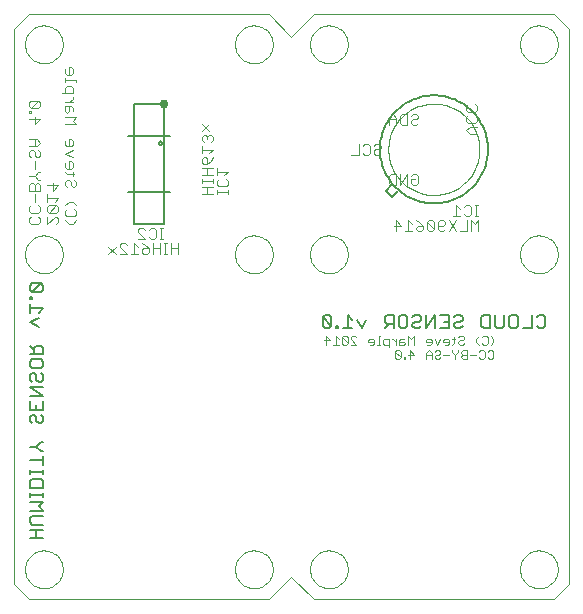
<source format=gbo>
G75*
G70*
%OFA0B0*%
%FSLAX24Y24*%
%IPPOS*%
%LPD*%
%AMOC8*
5,1,8,0,0,1.08239X$1,22.5*
%
%ADD10C,0.0000*%
%ADD11C,0.0040*%
%ADD12C,0.0060*%
%ADD13C,0.0030*%
%ADD14C,0.0080*%
%ADD15C,0.0300*%
%ADD16C,0.0020*%
D10*
X001675Y001175D02*
X001175Y001675D01*
X001175Y020175D01*
X001675Y020675D01*
X009675Y020675D01*
X010425Y019925D01*
X011175Y020675D01*
X019175Y020675D01*
X019675Y020175D01*
X019675Y001675D01*
X019175Y001175D01*
X011175Y001175D01*
X010425Y001925D01*
X009675Y001175D01*
X001675Y001175D01*
X001545Y002175D02*
X001547Y002225D01*
X001553Y002275D01*
X001563Y002324D01*
X001577Y002372D01*
X001594Y002419D01*
X001615Y002464D01*
X001640Y002508D01*
X001668Y002549D01*
X001700Y002588D01*
X001734Y002625D01*
X001771Y002659D01*
X001811Y002689D01*
X001853Y002716D01*
X001897Y002740D01*
X001943Y002761D01*
X001990Y002777D01*
X002038Y002790D01*
X002088Y002799D01*
X002137Y002804D01*
X002188Y002805D01*
X002238Y002802D01*
X002287Y002795D01*
X002336Y002784D01*
X002384Y002769D01*
X002430Y002751D01*
X002475Y002729D01*
X002518Y002703D01*
X002559Y002674D01*
X002598Y002642D01*
X002634Y002607D01*
X002666Y002569D01*
X002696Y002529D01*
X002723Y002486D01*
X002746Y002442D01*
X002765Y002396D01*
X002781Y002348D01*
X002793Y002299D01*
X002801Y002250D01*
X002805Y002200D01*
X002805Y002150D01*
X002801Y002100D01*
X002793Y002051D01*
X002781Y002002D01*
X002765Y001954D01*
X002746Y001908D01*
X002723Y001864D01*
X002696Y001821D01*
X002666Y001781D01*
X002634Y001743D01*
X002598Y001708D01*
X002559Y001676D01*
X002518Y001647D01*
X002475Y001621D01*
X002430Y001599D01*
X002384Y001581D01*
X002336Y001566D01*
X002287Y001555D01*
X002238Y001548D01*
X002188Y001545D01*
X002137Y001546D01*
X002088Y001551D01*
X002038Y001560D01*
X001990Y001573D01*
X001943Y001589D01*
X001897Y001610D01*
X001853Y001634D01*
X001811Y001661D01*
X001771Y001691D01*
X001734Y001725D01*
X001700Y001762D01*
X001668Y001801D01*
X001640Y001842D01*
X001615Y001886D01*
X001594Y001931D01*
X001577Y001978D01*
X001563Y002026D01*
X001553Y002075D01*
X001547Y002125D01*
X001545Y002175D01*
X008545Y002175D02*
X008547Y002225D01*
X008553Y002275D01*
X008563Y002324D01*
X008577Y002372D01*
X008594Y002419D01*
X008615Y002464D01*
X008640Y002508D01*
X008668Y002549D01*
X008700Y002588D01*
X008734Y002625D01*
X008771Y002659D01*
X008811Y002689D01*
X008853Y002716D01*
X008897Y002740D01*
X008943Y002761D01*
X008990Y002777D01*
X009038Y002790D01*
X009088Y002799D01*
X009137Y002804D01*
X009188Y002805D01*
X009238Y002802D01*
X009287Y002795D01*
X009336Y002784D01*
X009384Y002769D01*
X009430Y002751D01*
X009475Y002729D01*
X009518Y002703D01*
X009559Y002674D01*
X009598Y002642D01*
X009634Y002607D01*
X009666Y002569D01*
X009696Y002529D01*
X009723Y002486D01*
X009746Y002442D01*
X009765Y002396D01*
X009781Y002348D01*
X009793Y002299D01*
X009801Y002250D01*
X009805Y002200D01*
X009805Y002150D01*
X009801Y002100D01*
X009793Y002051D01*
X009781Y002002D01*
X009765Y001954D01*
X009746Y001908D01*
X009723Y001864D01*
X009696Y001821D01*
X009666Y001781D01*
X009634Y001743D01*
X009598Y001708D01*
X009559Y001676D01*
X009518Y001647D01*
X009475Y001621D01*
X009430Y001599D01*
X009384Y001581D01*
X009336Y001566D01*
X009287Y001555D01*
X009238Y001548D01*
X009188Y001545D01*
X009137Y001546D01*
X009088Y001551D01*
X009038Y001560D01*
X008990Y001573D01*
X008943Y001589D01*
X008897Y001610D01*
X008853Y001634D01*
X008811Y001661D01*
X008771Y001691D01*
X008734Y001725D01*
X008700Y001762D01*
X008668Y001801D01*
X008640Y001842D01*
X008615Y001886D01*
X008594Y001931D01*
X008577Y001978D01*
X008563Y002026D01*
X008553Y002075D01*
X008547Y002125D01*
X008545Y002175D01*
X011045Y002175D02*
X011047Y002225D01*
X011053Y002275D01*
X011063Y002324D01*
X011077Y002372D01*
X011094Y002419D01*
X011115Y002464D01*
X011140Y002508D01*
X011168Y002549D01*
X011200Y002588D01*
X011234Y002625D01*
X011271Y002659D01*
X011311Y002689D01*
X011353Y002716D01*
X011397Y002740D01*
X011443Y002761D01*
X011490Y002777D01*
X011538Y002790D01*
X011588Y002799D01*
X011637Y002804D01*
X011688Y002805D01*
X011738Y002802D01*
X011787Y002795D01*
X011836Y002784D01*
X011884Y002769D01*
X011930Y002751D01*
X011975Y002729D01*
X012018Y002703D01*
X012059Y002674D01*
X012098Y002642D01*
X012134Y002607D01*
X012166Y002569D01*
X012196Y002529D01*
X012223Y002486D01*
X012246Y002442D01*
X012265Y002396D01*
X012281Y002348D01*
X012293Y002299D01*
X012301Y002250D01*
X012305Y002200D01*
X012305Y002150D01*
X012301Y002100D01*
X012293Y002051D01*
X012281Y002002D01*
X012265Y001954D01*
X012246Y001908D01*
X012223Y001864D01*
X012196Y001821D01*
X012166Y001781D01*
X012134Y001743D01*
X012098Y001708D01*
X012059Y001676D01*
X012018Y001647D01*
X011975Y001621D01*
X011930Y001599D01*
X011884Y001581D01*
X011836Y001566D01*
X011787Y001555D01*
X011738Y001548D01*
X011688Y001545D01*
X011637Y001546D01*
X011588Y001551D01*
X011538Y001560D01*
X011490Y001573D01*
X011443Y001589D01*
X011397Y001610D01*
X011353Y001634D01*
X011311Y001661D01*
X011271Y001691D01*
X011234Y001725D01*
X011200Y001762D01*
X011168Y001801D01*
X011140Y001842D01*
X011115Y001886D01*
X011094Y001931D01*
X011077Y001978D01*
X011063Y002026D01*
X011053Y002075D01*
X011047Y002125D01*
X011045Y002175D01*
X018045Y002175D02*
X018047Y002225D01*
X018053Y002275D01*
X018063Y002324D01*
X018077Y002372D01*
X018094Y002419D01*
X018115Y002464D01*
X018140Y002508D01*
X018168Y002549D01*
X018200Y002588D01*
X018234Y002625D01*
X018271Y002659D01*
X018311Y002689D01*
X018353Y002716D01*
X018397Y002740D01*
X018443Y002761D01*
X018490Y002777D01*
X018538Y002790D01*
X018588Y002799D01*
X018637Y002804D01*
X018688Y002805D01*
X018738Y002802D01*
X018787Y002795D01*
X018836Y002784D01*
X018884Y002769D01*
X018930Y002751D01*
X018975Y002729D01*
X019018Y002703D01*
X019059Y002674D01*
X019098Y002642D01*
X019134Y002607D01*
X019166Y002569D01*
X019196Y002529D01*
X019223Y002486D01*
X019246Y002442D01*
X019265Y002396D01*
X019281Y002348D01*
X019293Y002299D01*
X019301Y002250D01*
X019305Y002200D01*
X019305Y002150D01*
X019301Y002100D01*
X019293Y002051D01*
X019281Y002002D01*
X019265Y001954D01*
X019246Y001908D01*
X019223Y001864D01*
X019196Y001821D01*
X019166Y001781D01*
X019134Y001743D01*
X019098Y001708D01*
X019059Y001676D01*
X019018Y001647D01*
X018975Y001621D01*
X018930Y001599D01*
X018884Y001581D01*
X018836Y001566D01*
X018787Y001555D01*
X018738Y001548D01*
X018688Y001545D01*
X018637Y001546D01*
X018588Y001551D01*
X018538Y001560D01*
X018490Y001573D01*
X018443Y001589D01*
X018397Y001610D01*
X018353Y001634D01*
X018311Y001661D01*
X018271Y001691D01*
X018234Y001725D01*
X018200Y001762D01*
X018168Y001801D01*
X018140Y001842D01*
X018115Y001886D01*
X018094Y001931D01*
X018077Y001978D01*
X018063Y002026D01*
X018053Y002075D01*
X018047Y002125D01*
X018045Y002175D01*
X018045Y012675D02*
X018047Y012725D01*
X018053Y012775D01*
X018063Y012824D01*
X018077Y012872D01*
X018094Y012919D01*
X018115Y012964D01*
X018140Y013008D01*
X018168Y013049D01*
X018200Y013088D01*
X018234Y013125D01*
X018271Y013159D01*
X018311Y013189D01*
X018353Y013216D01*
X018397Y013240D01*
X018443Y013261D01*
X018490Y013277D01*
X018538Y013290D01*
X018588Y013299D01*
X018637Y013304D01*
X018688Y013305D01*
X018738Y013302D01*
X018787Y013295D01*
X018836Y013284D01*
X018884Y013269D01*
X018930Y013251D01*
X018975Y013229D01*
X019018Y013203D01*
X019059Y013174D01*
X019098Y013142D01*
X019134Y013107D01*
X019166Y013069D01*
X019196Y013029D01*
X019223Y012986D01*
X019246Y012942D01*
X019265Y012896D01*
X019281Y012848D01*
X019293Y012799D01*
X019301Y012750D01*
X019305Y012700D01*
X019305Y012650D01*
X019301Y012600D01*
X019293Y012551D01*
X019281Y012502D01*
X019265Y012454D01*
X019246Y012408D01*
X019223Y012364D01*
X019196Y012321D01*
X019166Y012281D01*
X019134Y012243D01*
X019098Y012208D01*
X019059Y012176D01*
X019018Y012147D01*
X018975Y012121D01*
X018930Y012099D01*
X018884Y012081D01*
X018836Y012066D01*
X018787Y012055D01*
X018738Y012048D01*
X018688Y012045D01*
X018637Y012046D01*
X018588Y012051D01*
X018538Y012060D01*
X018490Y012073D01*
X018443Y012089D01*
X018397Y012110D01*
X018353Y012134D01*
X018311Y012161D01*
X018271Y012191D01*
X018234Y012225D01*
X018200Y012262D01*
X018168Y012301D01*
X018140Y012342D01*
X018115Y012386D01*
X018094Y012431D01*
X018077Y012478D01*
X018063Y012526D01*
X018053Y012575D01*
X018047Y012625D01*
X018045Y012675D01*
X011045Y012675D02*
X011047Y012725D01*
X011053Y012775D01*
X011063Y012824D01*
X011077Y012872D01*
X011094Y012919D01*
X011115Y012964D01*
X011140Y013008D01*
X011168Y013049D01*
X011200Y013088D01*
X011234Y013125D01*
X011271Y013159D01*
X011311Y013189D01*
X011353Y013216D01*
X011397Y013240D01*
X011443Y013261D01*
X011490Y013277D01*
X011538Y013290D01*
X011588Y013299D01*
X011637Y013304D01*
X011688Y013305D01*
X011738Y013302D01*
X011787Y013295D01*
X011836Y013284D01*
X011884Y013269D01*
X011930Y013251D01*
X011975Y013229D01*
X012018Y013203D01*
X012059Y013174D01*
X012098Y013142D01*
X012134Y013107D01*
X012166Y013069D01*
X012196Y013029D01*
X012223Y012986D01*
X012246Y012942D01*
X012265Y012896D01*
X012281Y012848D01*
X012293Y012799D01*
X012301Y012750D01*
X012305Y012700D01*
X012305Y012650D01*
X012301Y012600D01*
X012293Y012551D01*
X012281Y012502D01*
X012265Y012454D01*
X012246Y012408D01*
X012223Y012364D01*
X012196Y012321D01*
X012166Y012281D01*
X012134Y012243D01*
X012098Y012208D01*
X012059Y012176D01*
X012018Y012147D01*
X011975Y012121D01*
X011930Y012099D01*
X011884Y012081D01*
X011836Y012066D01*
X011787Y012055D01*
X011738Y012048D01*
X011688Y012045D01*
X011637Y012046D01*
X011588Y012051D01*
X011538Y012060D01*
X011490Y012073D01*
X011443Y012089D01*
X011397Y012110D01*
X011353Y012134D01*
X011311Y012161D01*
X011271Y012191D01*
X011234Y012225D01*
X011200Y012262D01*
X011168Y012301D01*
X011140Y012342D01*
X011115Y012386D01*
X011094Y012431D01*
X011077Y012478D01*
X011063Y012526D01*
X011053Y012575D01*
X011047Y012625D01*
X011045Y012675D01*
X008545Y012675D02*
X008547Y012725D01*
X008553Y012775D01*
X008563Y012824D01*
X008577Y012872D01*
X008594Y012919D01*
X008615Y012964D01*
X008640Y013008D01*
X008668Y013049D01*
X008700Y013088D01*
X008734Y013125D01*
X008771Y013159D01*
X008811Y013189D01*
X008853Y013216D01*
X008897Y013240D01*
X008943Y013261D01*
X008990Y013277D01*
X009038Y013290D01*
X009088Y013299D01*
X009137Y013304D01*
X009188Y013305D01*
X009238Y013302D01*
X009287Y013295D01*
X009336Y013284D01*
X009384Y013269D01*
X009430Y013251D01*
X009475Y013229D01*
X009518Y013203D01*
X009559Y013174D01*
X009598Y013142D01*
X009634Y013107D01*
X009666Y013069D01*
X009696Y013029D01*
X009723Y012986D01*
X009746Y012942D01*
X009765Y012896D01*
X009781Y012848D01*
X009793Y012799D01*
X009801Y012750D01*
X009805Y012700D01*
X009805Y012650D01*
X009801Y012600D01*
X009793Y012551D01*
X009781Y012502D01*
X009765Y012454D01*
X009746Y012408D01*
X009723Y012364D01*
X009696Y012321D01*
X009666Y012281D01*
X009634Y012243D01*
X009598Y012208D01*
X009559Y012176D01*
X009518Y012147D01*
X009475Y012121D01*
X009430Y012099D01*
X009384Y012081D01*
X009336Y012066D01*
X009287Y012055D01*
X009238Y012048D01*
X009188Y012045D01*
X009137Y012046D01*
X009088Y012051D01*
X009038Y012060D01*
X008990Y012073D01*
X008943Y012089D01*
X008897Y012110D01*
X008853Y012134D01*
X008811Y012161D01*
X008771Y012191D01*
X008734Y012225D01*
X008700Y012262D01*
X008668Y012301D01*
X008640Y012342D01*
X008615Y012386D01*
X008594Y012431D01*
X008577Y012478D01*
X008563Y012526D01*
X008553Y012575D01*
X008547Y012625D01*
X008545Y012675D01*
X001545Y012675D02*
X001547Y012725D01*
X001553Y012775D01*
X001563Y012824D01*
X001577Y012872D01*
X001594Y012919D01*
X001615Y012964D01*
X001640Y013008D01*
X001668Y013049D01*
X001700Y013088D01*
X001734Y013125D01*
X001771Y013159D01*
X001811Y013189D01*
X001853Y013216D01*
X001897Y013240D01*
X001943Y013261D01*
X001990Y013277D01*
X002038Y013290D01*
X002088Y013299D01*
X002137Y013304D01*
X002188Y013305D01*
X002238Y013302D01*
X002287Y013295D01*
X002336Y013284D01*
X002384Y013269D01*
X002430Y013251D01*
X002475Y013229D01*
X002518Y013203D01*
X002559Y013174D01*
X002598Y013142D01*
X002634Y013107D01*
X002666Y013069D01*
X002696Y013029D01*
X002723Y012986D01*
X002746Y012942D01*
X002765Y012896D01*
X002781Y012848D01*
X002793Y012799D01*
X002801Y012750D01*
X002805Y012700D01*
X002805Y012650D01*
X002801Y012600D01*
X002793Y012551D01*
X002781Y012502D01*
X002765Y012454D01*
X002746Y012408D01*
X002723Y012364D01*
X002696Y012321D01*
X002666Y012281D01*
X002634Y012243D01*
X002598Y012208D01*
X002559Y012176D01*
X002518Y012147D01*
X002475Y012121D01*
X002430Y012099D01*
X002384Y012081D01*
X002336Y012066D01*
X002287Y012055D01*
X002238Y012048D01*
X002188Y012045D01*
X002137Y012046D01*
X002088Y012051D01*
X002038Y012060D01*
X001990Y012073D01*
X001943Y012089D01*
X001897Y012110D01*
X001853Y012134D01*
X001811Y012161D01*
X001771Y012191D01*
X001734Y012225D01*
X001700Y012262D01*
X001668Y012301D01*
X001640Y012342D01*
X001615Y012386D01*
X001594Y012431D01*
X001577Y012478D01*
X001563Y012526D01*
X001553Y012575D01*
X001547Y012625D01*
X001545Y012675D01*
X001545Y019675D02*
X001547Y019725D01*
X001553Y019775D01*
X001563Y019824D01*
X001577Y019872D01*
X001594Y019919D01*
X001615Y019964D01*
X001640Y020008D01*
X001668Y020049D01*
X001700Y020088D01*
X001734Y020125D01*
X001771Y020159D01*
X001811Y020189D01*
X001853Y020216D01*
X001897Y020240D01*
X001943Y020261D01*
X001990Y020277D01*
X002038Y020290D01*
X002088Y020299D01*
X002137Y020304D01*
X002188Y020305D01*
X002238Y020302D01*
X002287Y020295D01*
X002336Y020284D01*
X002384Y020269D01*
X002430Y020251D01*
X002475Y020229D01*
X002518Y020203D01*
X002559Y020174D01*
X002598Y020142D01*
X002634Y020107D01*
X002666Y020069D01*
X002696Y020029D01*
X002723Y019986D01*
X002746Y019942D01*
X002765Y019896D01*
X002781Y019848D01*
X002793Y019799D01*
X002801Y019750D01*
X002805Y019700D01*
X002805Y019650D01*
X002801Y019600D01*
X002793Y019551D01*
X002781Y019502D01*
X002765Y019454D01*
X002746Y019408D01*
X002723Y019364D01*
X002696Y019321D01*
X002666Y019281D01*
X002634Y019243D01*
X002598Y019208D01*
X002559Y019176D01*
X002518Y019147D01*
X002475Y019121D01*
X002430Y019099D01*
X002384Y019081D01*
X002336Y019066D01*
X002287Y019055D01*
X002238Y019048D01*
X002188Y019045D01*
X002137Y019046D01*
X002088Y019051D01*
X002038Y019060D01*
X001990Y019073D01*
X001943Y019089D01*
X001897Y019110D01*
X001853Y019134D01*
X001811Y019161D01*
X001771Y019191D01*
X001734Y019225D01*
X001700Y019262D01*
X001668Y019301D01*
X001640Y019342D01*
X001615Y019386D01*
X001594Y019431D01*
X001577Y019478D01*
X001563Y019526D01*
X001553Y019575D01*
X001547Y019625D01*
X001545Y019675D01*
X008545Y019675D02*
X008547Y019725D01*
X008553Y019775D01*
X008563Y019824D01*
X008577Y019872D01*
X008594Y019919D01*
X008615Y019964D01*
X008640Y020008D01*
X008668Y020049D01*
X008700Y020088D01*
X008734Y020125D01*
X008771Y020159D01*
X008811Y020189D01*
X008853Y020216D01*
X008897Y020240D01*
X008943Y020261D01*
X008990Y020277D01*
X009038Y020290D01*
X009088Y020299D01*
X009137Y020304D01*
X009188Y020305D01*
X009238Y020302D01*
X009287Y020295D01*
X009336Y020284D01*
X009384Y020269D01*
X009430Y020251D01*
X009475Y020229D01*
X009518Y020203D01*
X009559Y020174D01*
X009598Y020142D01*
X009634Y020107D01*
X009666Y020069D01*
X009696Y020029D01*
X009723Y019986D01*
X009746Y019942D01*
X009765Y019896D01*
X009781Y019848D01*
X009793Y019799D01*
X009801Y019750D01*
X009805Y019700D01*
X009805Y019650D01*
X009801Y019600D01*
X009793Y019551D01*
X009781Y019502D01*
X009765Y019454D01*
X009746Y019408D01*
X009723Y019364D01*
X009696Y019321D01*
X009666Y019281D01*
X009634Y019243D01*
X009598Y019208D01*
X009559Y019176D01*
X009518Y019147D01*
X009475Y019121D01*
X009430Y019099D01*
X009384Y019081D01*
X009336Y019066D01*
X009287Y019055D01*
X009238Y019048D01*
X009188Y019045D01*
X009137Y019046D01*
X009088Y019051D01*
X009038Y019060D01*
X008990Y019073D01*
X008943Y019089D01*
X008897Y019110D01*
X008853Y019134D01*
X008811Y019161D01*
X008771Y019191D01*
X008734Y019225D01*
X008700Y019262D01*
X008668Y019301D01*
X008640Y019342D01*
X008615Y019386D01*
X008594Y019431D01*
X008577Y019478D01*
X008563Y019526D01*
X008553Y019575D01*
X008547Y019625D01*
X008545Y019675D01*
X011045Y019675D02*
X011047Y019725D01*
X011053Y019775D01*
X011063Y019824D01*
X011077Y019872D01*
X011094Y019919D01*
X011115Y019964D01*
X011140Y020008D01*
X011168Y020049D01*
X011200Y020088D01*
X011234Y020125D01*
X011271Y020159D01*
X011311Y020189D01*
X011353Y020216D01*
X011397Y020240D01*
X011443Y020261D01*
X011490Y020277D01*
X011538Y020290D01*
X011588Y020299D01*
X011637Y020304D01*
X011688Y020305D01*
X011738Y020302D01*
X011787Y020295D01*
X011836Y020284D01*
X011884Y020269D01*
X011930Y020251D01*
X011975Y020229D01*
X012018Y020203D01*
X012059Y020174D01*
X012098Y020142D01*
X012134Y020107D01*
X012166Y020069D01*
X012196Y020029D01*
X012223Y019986D01*
X012246Y019942D01*
X012265Y019896D01*
X012281Y019848D01*
X012293Y019799D01*
X012301Y019750D01*
X012305Y019700D01*
X012305Y019650D01*
X012301Y019600D01*
X012293Y019551D01*
X012281Y019502D01*
X012265Y019454D01*
X012246Y019408D01*
X012223Y019364D01*
X012196Y019321D01*
X012166Y019281D01*
X012134Y019243D01*
X012098Y019208D01*
X012059Y019176D01*
X012018Y019147D01*
X011975Y019121D01*
X011930Y019099D01*
X011884Y019081D01*
X011836Y019066D01*
X011787Y019055D01*
X011738Y019048D01*
X011688Y019045D01*
X011637Y019046D01*
X011588Y019051D01*
X011538Y019060D01*
X011490Y019073D01*
X011443Y019089D01*
X011397Y019110D01*
X011353Y019134D01*
X011311Y019161D01*
X011271Y019191D01*
X011234Y019225D01*
X011200Y019262D01*
X011168Y019301D01*
X011140Y019342D01*
X011115Y019386D01*
X011094Y019431D01*
X011077Y019478D01*
X011063Y019526D01*
X011053Y019575D01*
X011047Y019625D01*
X011045Y019675D01*
X018045Y019675D02*
X018047Y019725D01*
X018053Y019775D01*
X018063Y019824D01*
X018077Y019872D01*
X018094Y019919D01*
X018115Y019964D01*
X018140Y020008D01*
X018168Y020049D01*
X018200Y020088D01*
X018234Y020125D01*
X018271Y020159D01*
X018311Y020189D01*
X018353Y020216D01*
X018397Y020240D01*
X018443Y020261D01*
X018490Y020277D01*
X018538Y020290D01*
X018588Y020299D01*
X018637Y020304D01*
X018688Y020305D01*
X018738Y020302D01*
X018787Y020295D01*
X018836Y020284D01*
X018884Y020269D01*
X018930Y020251D01*
X018975Y020229D01*
X019018Y020203D01*
X019059Y020174D01*
X019098Y020142D01*
X019134Y020107D01*
X019166Y020069D01*
X019196Y020029D01*
X019223Y019986D01*
X019246Y019942D01*
X019265Y019896D01*
X019281Y019848D01*
X019293Y019799D01*
X019301Y019750D01*
X019305Y019700D01*
X019305Y019650D01*
X019301Y019600D01*
X019293Y019551D01*
X019281Y019502D01*
X019265Y019454D01*
X019246Y019408D01*
X019223Y019364D01*
X019196Y019321D01*
X019166Y019281D01*
X019134Y019243D01*
X019098Y019208D01*
X019059Y019176D01*
X019018Y019147D01*
X018975Y019121D01*
X018930Y019099D01*
X018884Y019081D01*
X018836Y019066D01*
X018787Y019055D01*
X018738Y019048D01*
X018688Y019045D01*
X018637Y019046D01*
X018588Y019051D01*
X018538Y019060D01*
X018490Y019073D01*
X018443Y019089D01*
X018397Y019110D01*
X018353Y019134D01*
X018311Y019161D01*
X018271Y019191D01*
X018234Y019225D01*
X018200Y019262D01*
X018168Y019301D01*
X018140Y019342D01*
X018115Y019386D01*
X018094Y019431D01*
X018077Y019478D01*
X018063Y019526D01*
X018053Y019575D01*
X018047Y019625D01*
X018045Y019675D01*
D11*
X016545Y017672D02*
X016605Y017612D01*
X016605Y017492D01*
X016545Y017432D01*
X016305Y017432D01*
X016245Y017492D01*
X016245Y017612D01*
X016305Y017672D01*
X016305Y017304D02*
X016245Y017243D01*
X016245Y017123D01*
X016305Y017063D01*
X016545Y017063D01*
X016605Y017123D01*
X016605Y017243D01*
X016545Y017304D01*
X016605Y016935D02*
X016365Y016935D01*
X016245Y016815D01*
X016365Y016695D01*
X016605Y016695D01*
X014655Y017055D02*
X014595Y016995D01*
X014475Y016995D01*
X014415Y017055D01*
X014415Y017115D01*
X014475Y017175D01*
X014595Y017175D01*
X014655Y017235D01*
X014655Y017295D01*
X014595Y017355D01*
X014475Y017355D01*
X014415Y017295D01*
X014287Y017355D02*
X014107Y017355D01*
X014046Y017295D01*
X014046Y017055D01*
X014107Y016995D01*
X014287Y016995D01*
X014287Y017355D01*
X013918Y017235D02*
X013918Y016995D01*
X013918Y017175D02*
X013678Y017175D01*
X013678Y017235D02*
X013678Y016995D01*
X013678Y017235D02*
X013798Y017355D01*
X013918Y017235D01*
X013345Y016355D02*
X013225Y016355D01*
X013165Y016295D01*
X013037Y016295D02*
X013037Y016055D01*
X012977Y015995D01*
X012857Y015995D01*
X012796Y016055D01*
X012668Y015995D02*
X012668Y016355D01*
X012796Y016295D02*
X012857Y016355D01*
X012977Y016355D01*
X013037Y016295D01*
X013165Y016115D02*
X013165Y016055D01*
X013225Y015995D01*
X013345Y015995D01*
X013405Y016055D01*
X013345Y016175D02*
X013225Y016175D01*
X013165Y016115D01*
X013345Y016175D02*
X013405Y016235D01*
X013405Y016295D01*
X013345Y016355D01*
X012668Y015995D02*
X012428Y015995D01*
X013678Y015295D02*
X013678Y015055D01*
X013738Y014995D01*
X013918Y014995D01*
X013918Y015355D01*
X013738Y015355D01*
X013678Y015295D01*
X014046Y015355D02*
X014046Y014995D01*
X014287Y015355D01*
X014287Y014995D01*
X014415Y015055D02*
X014415Y015175D01*
X014535Y015175D01*
X014655Y015055D02*
X014595Y014995D01*
X014475Y014995D01*
X014415Y015055D01*
X014655Y015055D02*
X014655Y015295D01*
X014595Y015355D01*
X014475Y015355D01*
X014415Y015295D01*
X014325Y013805D02*
X014325Y013445D01*
X014445Y013445D02*
X014205Y013445D01*
X014077Y013625D02*
X013837Y013625D01*
X013897Y013445D02*
X013897Y013805D01*
X014077Y013625D01*
X014325Y013805D02*
X014445Y013685D01*
X014573Y013565D02*
X014633Y013625D01*
X014813Y013625D01*
X014813Y013505D01*
X014753Y013445D01*
X014633Y013445D01*
X014573Y013505D01*
X014573Y013565D01*
X014693Y013745D02*
X014573Y013805D01*
X014693Y013745D02*
X014813Y013625D01*
X014942Y013745D02*
X014942Y013505D01*
X015002Y013445D01*
X015122Y013445D01*
X015182Y013505D01*
X014942Y013745D01*
X015002Y013805D01*
X015122Y013805D01*
X015182Y013745D01*
X015182Y013505D01*
X015310Y013505D02*
X015310Y013745D01*
X015370Y013805D01*
X015490Y013805D01*
X015550Y013745D01*
X015550Y013685D01*
X015490Y013625D01*
X015310Y013625D01*
X015310Y013505D02*
X015370Y013445D01*
X015490Y013445D01*
X015550Y013505D01*
X015678Y013445D02*
X015918Y013805D01*
X015921Y013945D02*
X015921Y014305D01*
X016041Y014185D01*
X016169Y014245D02*
X016229Y014305D01*
X016349Y014305D01*
X016409Y014245D01*
X016409Y014005D01*
X016349Y013945D01*
X016229Y013945D01*
X016169Y014005D01*
X016041Y013945D02*
X015801Y013945D01*
X015678Y013805D02*
X015918Y013445D01*
X016046Y013445D02*
X016287Y013445D01*
X016287Y013805D01*
X016415Y013805D02*
X016415Y013445D01*
X016655Y013445D02*
X016655Y013805D01*
X016535Y013685D01*
X016415Y013805D01*
X016535Y013945D02*
X016655Y013945D01*
X016595Y013945D02*
X016595Y014305D01*
X016655Y014305D02*
X016535Y014305D01*
X008305Y014695D02*
X008305Y014815D01*
X008305Y014755D02*
X007945Y014755D01*
X007945Y014695D02*
X007945Y014815D01*
X008005Y014941D02*
X007945Y015001D01*
X007945Y015121D01*
X008005Y015181D01*
X007945Y015309D02*
X007945Y015549D01*
X007945Y015429D02*
X008305Y015429D01*
X008185Y015309D01*
X008245Y015181D02*
X008305Y015121D01*
X008305Y015001D01*
X008245Y014941D01*
X008005Y014941D01*
X007805Y014935D02*
X007445Y014935D01*
X007445Y015063D02*
X007445Y015183D01*
X007445Y015123D02*
X007805Y015123D01*
X007805Y015063D02*
X007805Y015183D01*
X007805Y015309D02*
X007445Y015309D01*
X007625Y015309D02*
X007625Y015549D01*
X007625Y015677D02*
X007625Y015857D01*
X007565Y015917D01*
X007505Y015917D01*
X007445Y015857D01*
X007445Y015737D01*
X007505Y015677D01*
X007625Y015677D01*
X007745Y015797D01*
X007805Y015917D01*
X007685Y016045D02*
X007805Y016166D01*
X007445Y016166D01*
X007445Y016286D02*
X007445Y016045D01*
X007505Y016414D02*
X007445Y016474D01*
X007445Y016594D01*
X007505Y016654D01*
X007565Y016654D01*
X007625Y016594D01*
X007625Y016534D01*
X007625Y016594D02*
X007685Y016654D01*
X007745Y016654D01*
X007805Y016594D01*
X007805Y016474D01*
X007745Y016414D01*
X007685Y016782D02*
X007445Y017022D01*
X007445Y016782D02*
X007685Y017022D01*
X007805Y015549D02*
X007445Y015549D01*
X007625Y014935D02*
X007625Y014695D01*
X007445Y014695D02*
X007805Y014695D01*
X006655Y013055D02*
X006655Y012695D01*
X006655Y012875D02*
X006415Y012875D01*
X006415Y013055D02*
X006415Y012695D01*
X006287Y012695D02*
X006167Y012695D01*
X006227Y012695D02*
X006227Y013055D01*
X006287Y013055D02*
X006167Y013055D01*
X006041Y013055D02*
X006041Y012695D01*
X006041Y012875D02*
X005801Y012875D01*
X005673Y012875D02*
X005493Y012875D01*
X005433Y012815D01*
X005433Y012755D01*
X005493Y012695D01*
X005613Y012695D01*
X005673Y012755D01*
X005673Y012875D01*
X005553Y012995D01*
X005433Y013055D01*
X005305Y012935D02*
X005184Y013055D01*
X005184Y012695D01*
X005064Y012695D02*
X005305Y012695D01*
X004936Y012695D02*
X004696Y012935D01*
X004696Y012995D01*
X004756Y013055D01*
X004876Y013055D01*
X004936Y012995D01*
X004936Y012695D02*
X004696Y012695D01*
X004568Y012695D02*
X004328Y012935D01*
X004568Y012935D02*
X004328Y012695D01*
X005301Y013195D02*
X005541Y013195D01*
X005301Y013435D01*
X005301Y013495D01*
X005361Y013555D01*
X005481Y013555D01*
X005541Y013495D01*
X005669Y013495D02*
X005729Y013555D01*
X005849Y013555D01*
X005909Y013495D01*
X005909Y013255D01*
X005849Y013195D01*
X005729Y013195D01*
X005669Y013255D01*
X005801Y013055D02*
X005801Y012695D01*
X006035Y013195D02*
X006155Y013195D01*
X006095Y013195D02*
X006095Y013555D01*
X006155Y013555D02*
X006035Y013555D01*
X003255Y013815D02*
X003135Y013695D01*
X003015Y013695D01*
X002895Y013815D01*
X002955Y013941D02*
X002895Y014001D01*
X002895Y014121D01*
X002955Y014181D01*
X002895Y014309D02*
X003015Y014429D01*
X003135Y014429D01*
X003255Y014309D01*
X003195Y014181D02*
X003255Y014121D01*
X003255Y014001D01*
X003195Y013941D01*
X002955Y013941D01*
X002655Y013875D02*
X002655Y013755D01*
X002595Y013695D01*
X002655Y013875D02*
X002595Y013935D01*
X002535Y013935D01*
X002295Y013695D01*
X002295Y013935D01*
X002355Y014063D02*
X002595Y014304D01*
X002355Y014304D01*
X002295Y014243D01*
X002295Y014123D01*
X002355Y014063D01*
X002595Y014063D01*
X002655Y014123D01*
X002655Y014243D01*
X002595Y014304D01*
X002535Y014432D02*
X002655Y014552D01*
X002295Y014552D01*
X002295Y014432D02*
X002295Y014672D01*
X002475Y014800D02*
X002475Y015040D01*
X002295Y014980D02*
X002655Y014980D01*
X002475Y014800D01*
X002055Y014800D02*
X002055Y014980D01*
X001995Y015040D01*
X001935Y015040D01*
X001875Y014980D01*
X001875Y014800D01*
X001875Y014672D02*
X001875Y014432D01*
X001755Y014304D02*
X001695Y014243D01*
X001695Y014123D01*
X001755Y014063D01*
X001995Y014063D01*
X002055Y014123D01*
X002055Y014243D01*
X001995Y014304D01*
X001995Y013935D02*
X002055Y013875D01*
X002055Y013755D01*
X001995Y013695D01*
X001755Y013695D01*
X001695Y013755D01*
X001695Y013875D01*
X001755Y013935D01*
X001695Y014800D02*
X001695Y014980D01*
X001755Y015040D01*
X001815Y015040D01*
X001875Y014980D01*
X001995Y015168D02*
X001875Y015288D01*
X001695Y015288D01*
X001875Y015288D02*
X001995Y015408D01*
X002055Y015408D01*
X001875Y015537D02*
X001875Y015777D01*
X001935Y015905D02*
X001875Y015965D01*
X001875Y016085D01*
X001815Y016145D01*
X001755Y016145D01*
X001695Y016085D01*
X001695Y015965D01*
X001755Y015905D01*
X001935Y015905D02*
X001995Y015905D01*
X002055Y015965D01*
X002055Y016085D01*
X001995Y016145D01*
X001935Y016273D02*
X001695Y016273D01*
X001875Y016273D02*
X001875Y016513D01*
X001935Y016513D02*
X001695Y016513D01*
X001935Y016513D02*
X002055Y016393D01*
X001935Y016273D01*
X001875Y017010D02*
X001875Y017250D01*
X001755Y017378D02*
X001755Y017438D01*
X001695Y017438D01*
X001695Y017378D01*
X001755Y017378D01*
X001755Y017562D02*
X001995Y017803D01*
X001755Y017803D01*
X001695Y017742D01*
X001695Y017622D01*
X001755Y017562D01*
X001995Y017562D01*
X002055Y017622D01*
X002055Y017742D01*
X001995Y017803D01*
X002055Y017190D02*
X001695Y017190D01*
X001875Y017010D02*
X002055Y017190D01*
X002895Y017250D02*
X003255Y017250D01*
X003135Y017130D01*
X003255Y017010D01*
X002895Y017010D01*
X002955Y017378D02*
X002895Y017438D01*
X002895Y017618D01*
X003075Y017618D01*
X003135Y017558D01*
X003135Y017438D01*
X003015Y017438D02*
X003015Y017618D01*
X003015Y017746D02*
X003135Y017867D01*
X003135Y017927D01*
X003135Y018053D02*
X003135Y018234D01*
X003075Y018294D01*
X002955Y018294D01*
X002895Y018234D01*
X002895Y018053D01*
X002775Y018053D02*
X003135Y018053D01*
X003135Y017746D02*
X002895Y017746D01*
X003015Y017438D02*
X002955Y017378D01*
X003015Y016513D02*
X003015Y016273D01*
X002955Y016273D02*
X003075Y016273D01*
X003135Y016333D01*
X003135Y016453D01*
X003075Y016513D01*
X003015Y016513D01*
X002895Y016453D02*
X002895Y016333D01*
X002955Y016273D01*
X003135Y016145D02*
X002895Y016025D01*
X003135Y015905D01*
X003075Y015777D02*
X003135Y015717D01*
X003135Y015597D01*
X003075Y015537D01*
X002955Y015537D01*
X002895Y015597D01*
X002895Y015717D01*
X003015Y015777D02*
X003015Y015537D01*
X002895Y015411D02*
X002955Y015351D01*
X003195Y015351D01*
X003135Y015291D02*
X003135Y015411D01*
X003195Y015163D02*
X003255Y015103D01*
X003255Y014983D01*
X003195Y014923D01*
X003135Y014923D01*
X003075Y014983D01*
X003075Y015103D01*
X003015Y015163D01*
X002955Y015163D01*
X002895Y015103D01*
X002895Y014983D01*
X002955Y014923D01*
X003015Y015777D02*
X003075Y015777D01*
X002055Y015168D02*
X001995Y015168D01*
X002055Y014800D02*
X001695Y014800D01*
X002895Y018422D02*
X002895Y018542D01*
X002895Y018482D02*
X003255Y018482D01*
X003255Y018422D01*
X003075Y018667D02*
X003135Y018727D01*
X003135Y018847D01*
X003075Y018907D01*
X003015Y018907D01*
X003015Y018667D01*
X002955Y018667D02*
X003075Y018667D01*
X002955Y018667D02*
X002895Y018727D01*
X002895Y018847D01*
D12*
X005175Y017675D02*
X005175Y013675D01*
X006175Y013675D01*
X006175Y017675D01*
X005175Y017675D01*
X004965Y016605D02*
X006385Y016605D01*
X006385Y014745D02*
X004965Y014745D01*
X002072Y011709D02*
X001778Y011415D01*
X001705Y011489D01*
X001705Y011636D01*
X001778Y011709D01*
X002072Y011709D01*
X002145Y011636D01*
X002145Y011489D01*
X002072Y011415D01*
X001778Y011415D01*
X001778Y011259D02*
X001705Y011259D01*
X001705Y011185D01*
X001778Y011185D01*
X001778Y011259D01*
X001705Y011018D02*
X001705Y010725D01*
X001705Y010872D02*
X002145Y010872D01*
X001999Y010725D01*
X001999Y010558D02*
X001705Y010411D01*
X001999Y010264D01*
X002072Y009637D02*
X001925Y009637D01*
X001852Y009564D01*
X001852Y009344D01*
X001852Y009490D02*
X001705Y009637D01*
X002072Y009637D02*
X002145Y009564D01*
X002145Y009344D01*
X001705Y009344D01*
X001778Y009177D02*
X002072Y009177D01*
X002145Y009103D01*
X002145Y008957D01*
X002072Y008883D01*
X001778Y008883D01*
X001705Y008957D01*
X001705Y009103D01*
X001778Y009177D01*
X001778Y008716D02*
X001705Y008643D01*
X001705Y008496D01*
X001778Y008423D01*
X001925Y008496D02*
X001925Y008643D01*
X001852Y008716D01*
X001778Y008716D01*
X001925Y008496D02*
X001999Y008423D01*
X002072Y008423D01*
X002145Y008496D01*
X002145Y008643D01*
X002072Y008716D01*
X002145Y008256D02*
X001705Y008256D01*
X002145Y007962D01*
X001705Y007962D01*
X001705Y007796D02*
X001705Y007502D01*
X002145Y007502D01*
X002145Y007796D01*
X001925Y007649D02*
X001925Y007502D01*
X001852Y007335D02*
X001778Y007335D01*
X001705Y007262D01*
X001705Y007115D01*
X001778Y007042D01*
X001925Y007115D02*
X001925Y007262D01*
X001852Y007335D01*
X002072Y007335D02*
X002145Y007262D01*
X002145Y007115D01*
X002072Y007042D01*
X001999Y007042D01*
X001925Y007115D01*
X002072Y006414D02*
X002145Y006414D01*
X002072Y006414D02*
X001925Y006268D01*
X001705Y006268D01*
X001925Y006268D02*
X002072Y006121D01*
X002145Y006121D01*
X002145Y005954D02*
X002145Y005660D01*
X002145Y005807D02*
X001705Y005807D01*
X001705Y005500D02*
X001705Y005353D01*
X001705Y005427D02*
X002145Y005427D01*
X002145Y005500D02*
X002145Y005353D01*
X002072Y005187D02*
X002145Y005113D01*
X002145Y004893D01*
X001705Y004893D01*
X001705Y005113D01*
X001778Y005187D01*
X002072Y005187D01*
X002145Y004733D02*
X002145Y004586D01*
X002145Y004660D02*
X001705Y004660D01*
X001705Y004733D02*
X001705Y004586D01*
X001705Y004419D02*
X002145Y004419D01*
X001999Y004273D01*
X002145Y004126D01*
X001705Y004126D01*
X001778Y003959D02*
X002145Y003959D01*
X002145Y003665D02*
X001778Y003665D01*
X001705Y003739D01*
X001705Y003886D01*
X001778Y003959D01*
X001705Y003499D02*
X002145Y003499D01*
X001925Y003499D02*
X001925Y003205D01*
X001705Y003205D02*
X002145Y003205D01*
X011465Y010278D02*
X011539Y010205D01*
X011686Y010205D01*
X011759Y010278D01*
X011465Y010572D01*
X011465Y010278D01*
X011465Y010572D02*
X011539Y010645D01*
X011686Y010645D01*
X011759Y010572D01*
X011759Y010278D01*
X011916Y010278D02*
X011916Y010205D01*
X011989Y010205D01*
X011989Y010278D01*
X011916Y010278D01*
X012156Y010205D02*
X012450Y010205D01*
X012303Y010205D02*
X012303Y010645D01*
X012450Y010499D01*
X012616Y010499D02*
X012763Y010205D01*
X012910Y010499D01*
X013537Y010572D02*
X013537Y010425D01*
X013610Y010352D01*
X013831Y010352D01*
X013831Y010205D02*
X013831Y010645D01*
X013610Y010645D01*
X013537Y010572D01*
X013684Y010352D02*
X013537Y010205D01*
X013997Y010278D02*
X014071Y010205D01*
X014218Y010205D01*
X014291Y010278D01*
X014291Y010572D01*
X014218Y010645D01*
X014071Y010645D01*
X013997Y010572D01*
X013997Y010278D01*
X014458Y010278D02*
X014531Y010205D01*
X014678Y010205D01*
X014751Y010278D01*
X014678Y010425D02*
X014531Y010425D01*
X014458Y010352D01*
X014458Y010278D01*
X014678Y010425D02*
X014751Y010499D01*
X014751Y010572D01*
X014678Y010645D01*
X014531Y010645D01*
X014458Y010572D01*
X014918Y010645D02*
X014918Y010205D01*
X015212Y010645D01*
X015212Y010205D01*
X015379Y010205D02*
X015672Y010205D01*
X015672Y010645D01*
X015379Y010645D01*
X015525Y010425D02*
X015672Y010425D01*
X015839Y010352D02*
X015839Y010278D01*
X015912Y010205D01*
X016059Y010205D01*
X016133Y010278D01*
X016059Y010425D02*
X015912Y010425D01*
X015839Y010352D01*
X015839Y010572D02*
X015912Y010645D01*
X016059Y010645D01*
X016133Y010572D01*
X016133Y010499D01*
X016059Y010425D01*
X016760Y010278D02*
X016833Y010205D01*
X017053Y010205D01*
X017053Y010645D01*
X016833Y010645D01*
X016760Y010572D01*
X016760Y010278D01*
X017220Y010278D02*
X017294Y010205D01*
X017440Y010205D01*
X017514Y010278D01*
X017514Y010645D01*
X017681Y010572D02*
X017754Y010645D01*
X017901Y010645D01*
X017974Y010572D01*
X017974Y010278D01*
X017901Y010205D01*
X017754Y010205D01*
X017681Y010278D01*
X017681Y010572D01*
X017220Y010645D02*
X017220Y010278D01*
X018141Y010205D02*
X018435Y010205D01*
X018435Y010645D01*
X018601Y010572D02*
X018675Y010645D01*
X018822Y010645D01*
X018895Y010572D01*
X018895Y010278D01*
X018822Y010205D01*
X018675Y010205D01*
X018601Y010278D01*
X013995Y014795D02*
X013785Y014585D01*
X013575Y014795D01*
X013785Y015005D01*
X013375Y016175D02*
X013377Y016263D01*
X013384Y016351D01*
X013394Y016439D01*
X013410Y016526D01*
X013429Y016612D01*
X013453Y016698D01*
X013480Y016781D01*
X013512Y016864D01*
X013548Y016945D01*
X013588Y017024D01*
X013631Y017100D01*
X013678Y017175D01*
X013729Y017247D01*
X013784Y017317D01*
X013841Y017384D01*
X013902Y017448D01*
X013966Y017509D01*
X014033Y017566D01*
X014103Y017621D01*
X014175Y017672D01*
X014250Y017719D01*
X014326Y017762D01*
X014405Y017802D01*
X014486Y017838D01*
X014569Y017870D01*
X014652Y017897D01*
X014738Y017921D01*
X014824Y017940D01*
X014911Y017956D01*
X014999Y017966D01*
X015087Y017973D01*
X015175Y017975D01*
X015263Y017973D01*
X015351Y017966D01*
X015439Y017956D01*
X015526Y017940D01*
X015612Y017921D01*
X015698Y017897D01*
X015781Y017870D01*
X015864Y017838D01*
X015945Y017802D01*
X016024Y017762D01*
X016100Y017719D01*
X016175Y017672D01*
X016247Y017621D01*
X016317Y017566D01*
X016384Y017509D01*
X016448Y017448D01*
X016509Y017384D01*
X016566Y017317D01*
X016621Y017247D01*
X016672Y017175D01*
X016719Y017100D01*
X016762Y017024D01*
X016802Y016945D01*
X016838Y016864D01*
X016870Y016781D01*
X016897Y016698D01*
X016921Y016612D01*
X016940Y016526D01*
X016956Y016439D01*
X016966Y016351D01*
X016973Y016263D01*
X016975Y016175D01*
X016973Y016087D01*
X016966Y015999D01*
X016956Y015911D01*
X016940Y015824D01*
X016921Y015738D01*
X016897Y015652D01*
X016870Y015569D01*
X016838Y015486D01*
X016802Y015405D01*
X016762Y015326D01*
X016719Y015250D01*
X016672Y015175D01*
X016621Y015103D01*
X016566Y015033D01*
X016509Y014966D01*
X016448Y014902D01*
X016384Y014841D01*
X016317Y014784D01*
X016247Y014729D01*
X016175Y014678D01*
X016100Y014631D01*
X016024Y014588D01*
X015945Y014548D01*
X015864Y014512D01*
X015781Y014480D01*
X015698Y014453D01*
X015612Y014429D01*
X015526Y014410D01*
X015439Y014394D01*
X015351Y014384D01*
X015263Y014377D01*
X015175Y014375D01*
X015087Y014377D01*
X014999Y014384D01*
X014911Y014394D01*
X014824Y014410D01*
X014738Y014429D01*
X014652Y014453D01*
X014569Y014480D01*
X014486Y014512D01*
X014405Y014548D01*
X014326Y014588D01*
X014250Y014631D01*
X014175Y014678D01*
X014103Y014729D01*
X014033Y014784D01*
X013966Y014841D01*
X013902Y014902D01*
X013841Y014966D01*
X013784Y015033D01*
X013729Y015103D01*
X013678Y015175D01*
X013631Y015250D01*
X013588Y015326D01*
X013548Y015405D01*
X013512Y015486D01*
X013480Y015569D01*
X013453Y015652D01*
X013429Y015738D01*
X013410Y015824D01*
X013394Y015911D01*
X013384Y015999D01*
X013377Y016087D01*
X013375Y016175D01*
D13*
X013379Y009960D02*
X013330Y009960D01*
X013330Y009670D01*
X013282Y009670D02*
X013379Y009670D01*
X013480Y009718D02*
X013528Y009670D01*
X013673Y009670D01*
X013673Y009573D02*
X013673Y009863D01*
X013528Y009863D01*
X013480Y009815D01*
X013480Y009718D01*
X013182Y009718D02*
X013182Y009815D01*
X013134Y009863D01*
X013037Y009863D01*
X012989Y009815D01*
X012989Y009767D01*
X013182Y009767D01*
X013182Y009718D02*
X013134Y009670D01*
X013037Y009670D01*
X012593Y009670D02*
X012399Y009863D01*
X012399Y009912D01*
X012448Y009960D01*
X012545Y009960D01*
X012593Y009912D01*
X012593Y009670D02*
X012399Y009670D01*
X012298Y009718D02*
X012105Y009912D01*
X012105Y009718D01*
X012153Y009670D01*
X012250Y009670D01*
X012298Y009718D01*
X012298Y009912D01*
X012250Y009960D01*
X012153Y009960D01*
X012105Y009912D01*
X012004Y009863D02*
X011907Y009960D01*
X011907Y009670D01*
X012004Y009670D02*
X011810Y009670D01*
X011709Y009815D02*
X011515Y009815D01*
X011564Y009670D02*
X011564Y009960D01*
X011709Y009815D01*
X013774Y009863D02*
X013822Y009863D01*
X013919Y009767D01*
X013919Y009863D02*
X013919Y009670D01*
X014020Y009670D02*
X014165Y009670D01*
X014213Y009718D01*
X014165Y009767D01*
X014020Y009767D01*
X014020Y009815D02*
X014020Y009670D01*
X014020Y009815D02*
X014068Y009863D01*
X014165Y009863D01*
X014315Y009960D02*
X014315Y009670D01*
X014508Y009670D02*
X014508Y009960D01*
X014411Y009863D01*
X014315Y009960D01*
X014363Y009480D02*
X014508Y009335D01*
X014315Y009335D01*
X014213Y009238D02*
X014165Y009238D01*
X014165Y009190D01*
X014213Y009190D01*
X014213Y009238D01*
X014066Y009238D02*
X014066Y009432D01*
X014018Y009480D01*
X013921Y009480D01*
X013873Y009432D01*
X014066Y009238D01*
X014018Y009190D01*
X013921Y009190D01*
X013873Y009238D01*
X013873Y009432D01*
X014363Y009480D02*
X014363Y009190D01*
X014904Y009190D02*
X014904Y009383D01*
X015001Y009480D01*
X015097Y009383D01*
X015097Y009190D01*
X015199Y009238D02*
X015247Y009190D01*
X015344Y009190D01*
X015392Y009238D01*
X015344Y009335D02*
X015247Y009335D01*
X015199Y009287D01*
X015199Y009238D01*
X015097Y009335D02*
X014904Y009335D01*
X015199Y009432D02*
X015247Y009480D01*
X015344Y009480D01*
X015392Y009432D01*
X015392Y009383D01*
X015344Y009335D01*
X015493Y009335D02*
X015687Y009335D01*
X015788Y009432D02*
X015788Y009480D01*
X015788Y009432D02*
X015885Y009335D01*
X015885Y009190D01*
X015885Y009335D02*
X015981Y009432D01*
X015981Y009480D01*
X016083Y009432D02*
X016083Y009383D01*
X016131Y009335D01*
X016276Y009335D01*
X016377Y009335D02*
X016571Y009335D01*
X016672Y009238D02*
X016720Y009190D01*
X016817Y009190D01*
X016865Y009238D01*
X016865Y009432D01*
X016817Y009480D01*
X016720Y009480D01*
X016672Y009432D01*
X016669Y009670D02*
X016572Y009767D01*
X016572Y009863D01*
X016669Y009960D01*
X016770Y009912D02*
X016818Y009960D01*
X016915Y009960D01*
X016964Y009912D01*
X016964Y009718D01*
X016915Y009670D01*
X016818Y009670D01*
X016770Y009718D01*
X017063Y009670D02*
X017160Y009767D01*
X017160Y009863D01*
X017063Y009960D01*
X017015Y009480D02*
X017112Y009480D01*
X017160Y009432D01*
X017160Y009238D01*
X017112Y009190D01*
X017015Y009190D01*
X016967Y009238D01*
X016967Y009432D02*
X017015Y009480D01*
X016276Y009480D02*
X016276Y009190D01*
X016131Y009190D01*
X016083Y009238D01*
X016083Y009287D01*
X016131Y009335D01*
X016083Y009432D02*
X016131Y009480D01*
X016276Y009480D01*
X016129Y009670D02*
X016178Y009718D01*
X016129Y009670D02*
X016033Y009670D01*
X015984Y009718D01*
X015984Y009767D01*
X016033Y009815D01*
X016129Y009815D01*
X016178Y009863D01*
X016178Y009912D01*
X016129Y009960D01*
X016033Y009960D01*
X015984Y009912D01*
X015883Y009863D02*
X015786Y009863D01*
X015835Y009912D02*
X015835Y009718D01*
X015786Y009670D01*
X015687Y009718D02*
X015687Y009815D01*
X015638Y009863D01*
X015542Y009863D01*
X015493Y009815D01*
X015493Y009767D01*
X015687Y009767D01*
X015687Y009718D02*
X015638Y009670D01*
X015542Y009670D01*
X015392Y009863D02*
X015295Y009670D01*
X015199Y009863D01*
X015097Y009815D02*
X015049Y009863D01*
X014952Y009863D01*
X014904Y009815D01*
X014904Y009767D01*
X015097Y009767D01*
X015097Y009815D02*
X015097Y009718D01*
X015049Y009670D01*
X014952Y009670D01*
D14*
X006008Y016385D02*
X006010Y016400D01*
X006016Y016413D01*
X006025Y016425D01*
X006036Y016434D01*
X006050Y016440D01*
X006065Y016442D01*
X006080Y016440D01*
X006093Y016434D01*
X006105Y016425D01*
X006114Y016414D01*
X006120Y016400D01*
X006122Y016385D01*
X006120Y016370D01*
X006114Y016357D01*
X006105Y016345D01*
X006094Y016336D01*
X006080Y016330D01*
X006065Y016328D01*
X006050Y016330D01*
X006037Y016336D01*
X006025Y016345D01*
X006016Y016356D01*
X006010Y016370D01*
X006008Y016385D01*
D15*
X006175Y017675D03*
D16*
X013655Y016175D02*
X013657Y016253D01*
X013663Y016330D01*
X013673Y016407D01*
X013687Y016483D01*
X013704Y016559D01*
X013726Y016634D01*
X013751Y016707D01*
X013780Y016779D01*
X013813Y016849D01*
X013849Y016918D01*
X013889Y016985D01*
X013932Y017049D01*
X013978Y017112D01*
X014027Y017172D01*
X014080Y017229D01*
X014135Y017284D01*
X014193Y017335D01*
X014254Y017384D01*
X014316Y017429D01*
X014382Y017472D01*
X014449Y017510D01*
X014518Y017546D01*
X014589Y017577D01*
X014661Y017606D01*
X014735Y017630D01*
X014810Y017650D01*
X014886Y017667D01*
X014962Y017680D01*
X015039Y017689D01*
X015117Y017694D01*
X015194Y017695D01*
X015272Y017692D01*
X015349Y017685D01*
X015426Y017674D01*
X015502Y017659D01*
X015578Y017641D01*
X015652Y017618D01*
X015725Y017592D01*
X015797Y017562D01*
X015867Y017528D01*
X015935Y017491D01*
X016001Y017451D01*
X016065Y017407D01*
X016127Y017360D01*
X016186Y017310D01*
X016243Y017257D01*
X016297Y017201D01*
X016348Y017142D01*
X016396Y017081D01*
X016440Y017017D01*
X016482Y016952D01*
X016520Y016884D01*
X016554Y016814D01*
X016585Y016743D01*
X016612Y016670D01*
X016635Y016596D01*
X016655Y016521D01*
X016671Y016445D01*
X016683Y016369D01*
X016691Y016291D01*
X016695Y016214D01*
X016695Y016136D01*
X016691Y016059D01*
X016683Y015981D01*
X016671Y015905D01*
X016655Y015829D01*
X016635Y015754D01*
X016612Y015680D01*
X016585Y015607D01*
X016554Y015536D01*
X016520Y015466D01*
X016482Y015398D01*
X016440Y015333D01*
X016396Y015269D01*
X016348Y015208D01*
X016297Y015149D01*
X016243Y015093D01*
X016186Y015040D01*
X016127Y014990D01*
X016065Y014943D01*
X016001Y014899D01*
X015935Y014859D01*
X015867Y014822D01*
X015797Y014788D01*
X015725Y014758D01*
X015652Y014732D01*
X015578Y014709D01*
X015502Y014691D01*
X015426Y014676D01*
X015349Y014665D01*
X015272Y014658D01*
X015194Y014655D01*
X015117Y014656D01*
X015039Y014661D01*
X014962Y014670D01*
X014886Y014683D01*
X014810Y014700D01*
X014735Y014720D01*
X014661Y014744D01*
X014589Y014773D01*
X014518Y014804D01*
X014449Y014840D01*
X014382Y014878D01*
X014316Y014921D01*
X014254Y014966D01*
X014193Y015015D01*
X014135Y015066D01*
X014080Y015121D01*
X014027Y015178D01*
X013978Y015238D01*
X013932Y015301D01*
X013889Y015365D01*
X013849Y015432D01*
X013813Y015501D01*
X013780Y015571D01*
X013751Y015643D01*
X013726Y015716D01*
X013704Y015791D01*
X013687Y015867D01*
X013673Y015943D01*
X013663Y016020D01*
X013657Y016097D01*
X013655Y016175D01*
M02*

</source>
